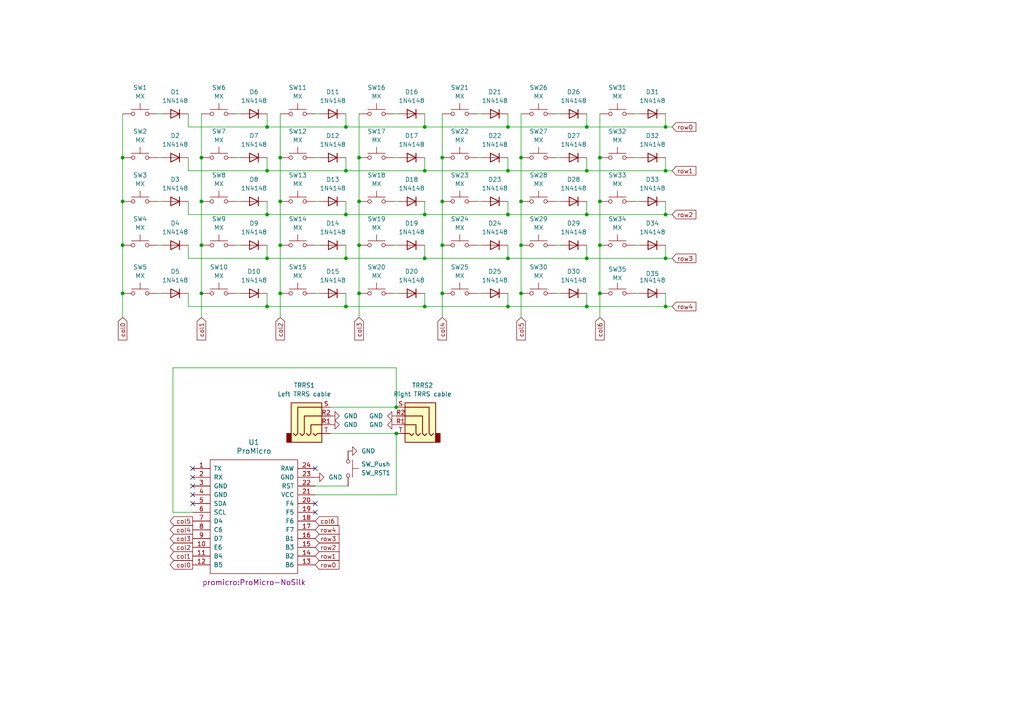
<source format=kicad_sch>
(kicad_sch (version 20230121) (generator eeschema)
  (paper "A4")
  (lib_symbols
    (symbol "Connector_Audio:AudioJack4"
      (property "Reference" "J" (at 0 8.89 0))
      (property "Value" "AudioJack4" (at 0 6.35 0))
      (symbol "AudioJack4_0_1"
        (rectangle (start -6.35 -5.08) (end -7.62 -7.62) (stroke (width 0.254)) (fill (type outline)))
        (polyline (pts (xy 0 -5.08) (xy 0.635 -5.715) (xy 1.27 -5.08) (xy 2.54 -5.08)) (stroke (width 0.254)))
        (polyline (pts (xy -5.715 -5.08) (xy -5.08 -5.715) (xy -4.445 -5.08) (xy -4.445 2.54) (xy 2.54 2.54)) (stroke (width 0.254)))
        (polyline (pts (xy -1.905 -5.08) (xy -1.27 -5.715) (xy -0.635 -5.08) (xy -0.635 -2.54) (xy 2.54 -2.54)) (stroke (width 0.254)))
        (polyline (pts (xy 2.54 0) (xy -2.54 0) (xy -2.54 -5.08) (xy -3.175 -5.715) (xy -3.81 -5.08)) (stroke (width 0.254)))
        (rectangle (start 2.54 3.81) (end -6.35 -7.62) (stroke (width 0.254)) (fill (type background)))
      )
      (symbol "AudioJack4_1_1"
        (pin passive line (at 5.08 -2.54 180) (length 2.54) (name "~") (number "R1"))
        (pin passive line (at 5.08 0 180) (length 2.54) (name "~") (number "R2"))
        (pin passive line (at 5.08 2.54 180) (length 2.54) (name "~") (number "S"))
        (pin passive line (at 5.08 -5.08 180) (length 2.54) (name "~") (number "T"))
      )
    )
    (symbol "Diode:1N4148" (pin_numbers hide) (pin_names hide)
      (property "Reference" "D" (at 0 2.54 0))
      (property "Value" "1N4148" (at 0 -2.54 0))
      (symbol "1N4148_0_1"
        (polyline (pts (xy -1.27 1.27) (xy -1.27 -1.27)) (stroke (width 0.254)))
        (polyline (pts (xy 1.27 0) (xy -1.27 0)))
        (polyline (pts (xy 1.27 1.27) (xy 1.27 -1.27) (xy -1.27 0) (xy 1.27 1.27)) (stroke (width 0.254)))
      )
      (symbol "1N4148_1_1"
        (pin passive line (at -3.81 0 0) (length 2.54) (name "K") (number "1"))
        (pin passive line (at 3.81 0 180) (length 2.54) (name "A") (number "2"))
      )
    )
    (symbol "Switch:SW_Push" (pin_numbers hide) (pin_names (offset 1.016) hide)
      (property "Reference" "SW" (at 1.27 2.54 0))
      (property "Value" "SW_Push" (at 0 -1.524 0))
      (symbol "SW_Push_0_1"
        (circle (center -2.032 0) (radius 0.508))
        (polyline (pts (xy 0 1.27) (xy 0 3.048)))
        (polyline (pts (xy 2.54 1.27) (xy -2.54 1.27)))
        (circle (center 2.032 0) (radius 0.508))
        (pin passive line (at -5.08 0 0) (length 2.54) (name "1") (number "1"))
        (pin passive line (at 5.08 0 180) (length 2.54) (name "2") (number "2"))
      )
    )
    (symbol "power:GND" (power) (pin_names (offset 0))
      (property "Value" "GND" (at 0 -3.81 0))
      (symbol "GND_0_1"
        (polyline (pts (xy 0 0) (xy 0 -1.27) (xy 1.27 -1.27) (xy 0 -2.54) (xy -1.27 -1.27) (xy 0 -1.27)))
      )
      (symbol "GND_1_1"
        (pin power_in line (at 0 0 270) (length 0) hide (name "GND") (number "1"))
      )
    )
    (symbol "promicro:ProMicro" (pin_names (offset 1.016))
      (property "Reference" "U" (at 0 24.13 0))
      (property "Value" "ProMicro" (at 0 -13.97 0))
      (symbol "ProMicro_0_1"
        (rectangle (start -12.7 21.59) (end 12.7 -11.43))
      )
      (symbol "ProMicro_1_1"
        (pin bidirectional line (at -17.78 19.05 0) (length 5.08) (name "TX") (number "1"))
        (pin bidirectional line (at -17.78 -3.81 0) (length 5.08) (name "E6") (number "10"))
        (pin bidirectional line (at -17.78 -6.35 0) (length 5.08) (name "B4") (number "11"))
        (pin bidirectional line (at -17.78 -8.89 0) (length 5.08) (name "B5") (number "12"))
        (pin bidirectional line (at 17.78 -8.89 180) (length 5.08) (name "B6") (number "13"))
        (pin bidirectional line (at 17.78 -6.35 180) (length 5.08) (name "B2") (number "14"))
        (pin bidirectional line (at 17.78 -3.81 180) (length 5.08) (name "B3") (number "15"))
        (pin bidirectional line (at 17.78 -1.27 180) (length 5.08) (name "B1") (number "16"))
        (pin bidirectional line (at 17.78 1.27 180) (length 5.08) (name "F7") (number "17"))
        (pin bidirectional line (at 17.78 3.81 180) (length 5.08) (name "F6") (number "18"))
        (pin bidirectional line (at 17.78 6.35 180) (length 5.08) (name "F5") (number "19"))
        (pin bidirectional line (at -17.78 16.51 0) (length 5.08) (name "RX") (number "2"))
        (pin bidirectional line (at 17.78 8.89 180) (length 5.08) (name "F4") (number "20"))
        (pin power_in line (at 17.78 11.43 180) (length 5.08) (name "VCC") (number "21"))
        (pin input line (at 17.78 13.97 180) (length 5.08) (name "RST") (number "22"))
        (pin power_in line (at 17.78 16.51 180) (length 5.08) (name "GND") (number "23"))
        (pin power_out line (at 17.78 19.05 180) (length 5.08) (name "RAW") (number "24"))
        (pin power_in line (at -17.78 13.97 0) (length 5.08) (name "GND") (number "3"))
        (pin power_in line (at -17.78 11.43 0) (length 5.08) (name "GND") (number "4"))
        (pin bidirectional line (at -17.78 8.89 0) (length 5.08) (name "SDA") (number "5"))
        (pin bidirectional line (at -17.78 6.35 0) (length 5.08) (name "SCL") (number "6"))
        (pin bidirectional line (at -17.78 3.81 0) (length 5.08) (name "D4") (number "7"))
        (pin bidirectional line (at -17.78 1.27 0) (length 5.08) (name "C6") (number "8"))
        (pin bidirectional line (at -17.78 -1.27 0) (length 5.08) (name "D7") (number "9"))
      )
    )
  )
  (junction (at 128.27 71.12))
  (junction (at 173.99 85.09))
  (junction (at 58.42 45.72))
  (junction (at 170.18 49.53))
  (junction (at 193.04 49.53))
  (junction (at 100.33 49.53))
  (junction (at 104.14 45.72))
  (junction (at 81.28 71.12))
  (junction (at 193.04 36.83))
  (junction (at 151.13 71.12))
  (junction (at 58.42 71.12))
  (junction (at 147.32 88.9))
  (junction (at 114.935 118.11))
  (junction (at 100.33 74.93))
  (junction (at 147.32 62.23))
  (junction (at 104.14 71.12))
  (junction (at 123.19 62.23))
  (junction (at 170.18 88.9))
  (junction (at 77.47 74.93))
  (junction (at 151.13 85.09))
  (junction (at 123.19 88.9))
  (junction (at 100.33 88.9))
  (junction (at 100.33 62.23))
  (junction (at 81.28 45.72))
  (junction (at 58.42 85.09))
  (junction (at 193.04 88.9))
  (junction (at 147.32 36.83))
  (junction (at 104.14 58.42))
  (junction (at 35.56 85.09))
  (junction (at 193.04 62.23))
  (junction (at 123.19 36.83))
  (junction (at 193.04 74.93))
  (junction (at 58.42 58.42))
  (junction (at 170.18 36.83))
  (junction (at 173.99 58.42))
  (junction (at 35.56 45.72))
  (junction (at 147.32 49.53))
  (junction (at 77.47 49.53))
  (junction (at 128.27 45.72))
  (junction (at 170.18 74.93))
  (junction (at 151.13 58.42))
  (junction (at 114.935 125.73))
  (junction (at 173.99 71.12))
  (junction (at 81.28 58.42))
  (junction (at 170.18 62.23))
  (junction (at 147.32 74.93))
  (junction (at 128.27 85.09))
  (junction (at 151.13 45.72))
  (junction (at 77.47 62.23))
  (junction (at 35.56 71.12))
  (junction (at 77.47 88.9))
  (junction (at 77.47 36.83))
  (junction (at 123.19 74.93))
  (junction (at 104.14 85.09))
  (junction (at 123.19 49.53))
  (junction (at 35.56 58.42))
  (junction (at 173.99 45.72))
  (junction (at 81.28 85.09))
  (junction (at 128.27 58.42))
  (junction (at 100.33 36.83))
  (no_connect (at 91.44 148.59))
  (no_connect (at 55.88 146.05))
  (no_connect (at 55.88 143.51))
  (no_connect (at 91.44 135.89))
  (no_connect (at 55.88 135.89))
  (no_connect (at 55.88 138.43))
  (no_connect (at 91.44 146.05))
  (no_connect (at 55.88 140.97))
  (wire (pts (xy 54.61 85.09) (xy 54.61 88.9)))
  (wire (pts (xy 35.56 71.12) (xy 35.56 85.09)))
  (wire (pts (xy 68.58 33.02) (xy 69.85 33.02)))
  (wire (pts (xy 81.28 45.72) (xy 81.28 58.42)))
  (wire (pts (xy 193.04 71.12) (xy 193.04 74.93)))
  (wire (pts (xy 170.18 36.83) (xy 193.04 36.83)))
  (wire (pts (xy 50.165 106.68) (xy 50.165 148.59)))
  (wire (pts (xy 77.47 58.42) (xy 77.47 62.23)))
  (wire (pts (xy 161.29 33.02) (xy 162.56 33.02)))
  (wire (pts (xy 193.04 36.83) (xy 194.945 36.83)))
  (wire (pts (xy 100.33 58.42) (xy 100.33 62.23)))
  (wire (pts (xy 68.58 85.09) (xy 69.85 85.09)))
  (wire (pts (xy 138.43 45.72) (xy 139.7 45.72)))
  (wire (pts (xy 184.15 85.09) (xy 185.42 85.09)))
  (wire (pts (xy 151.13 33.02) (xy 151.13 45.72)))
  (wire (pts (xy 170.18 62.23) (xy 193.04 62.23)))
  (wire (pts (xy 68.58 71.12) (xy 69.85 71.12)))
  (wire (pts (xy 100.33 36.83) (xy 123.19 36.83)))
  (wire (pts (xy 81.28 71.12) (xy 81.28 85.09)))
  (wire (pts (xy 81.28 58.42) (xy 81.28 71.12)))
  (wire (pts (xy 147.32 36.83) (xy 170.18 36.83)))
  (wire (pts (xy 170.18 45.72) (xy 170.18 49.53)))
  (wire (pts (xy 173.99 33.02) (xy 173.99 45.72)))
  (wire (pts (xy 91.44 58.42) (xy 92.71 58.42)))
  (wire (pts (xy 114.3 85.09) (xy 115.57 85.09)))
  (wire (pts (xy 193.04 45.72) (xy 193.04 49.53)))
  (wire (pts (xy 128.27 85.09) (xy 128.27 92.075)))
  (wire (pts (xy 58.42 71.12) (xy 58.42 85.09)))
  (wire (pts (xy 147.32 62.23) (xy 123.19 62.23)))
  (wire (pts (xy 147.32 58.42) (xy 147.32 62.23)))
  (wire (pts (xy 45.72 45.72) (xy 46.99 45.72)))
  (wire (pts (xy 91.44 45.72) (xy 92.71 45.72)))
  (wire (pts (xy 114.3 58.42) (xy 115.57 58.42)))
  (wire (pts (xy 95.885 125.73) (xy 114.935 125.73)))
  (wire (pts (xy 147.32 45.72) (xy 147.32 49.53)))
  (wire (pts (xy 161.29 71.12) (xy 162.56 71.12)))
  (wire (pts (xy 91.44 85.09) (xy 92.71 85.09)))
  (wire (pts (xy 151.13 85.09) (xy 151.13 71.12)))
  (wire (pts (xy 147.32 85.09) (xy 147.32 88.9)))
  (wire (pts (xy 81.28 33.02) (xy 81.28 45.72)))
  (wire (pts (xy 100.33 62.23) (xy 77.47 62.23)))
  (wire (pts (xy 91.44 33.02) (xy 92.71 33.02)))
  (wire (pts (xy 35.56 85.09) (xy 35.56 92.075)))
  (wire (pts (xy 35.56 45.72) (xy 35.56 58.42)))
  (wire (pts (xy 58.42 85.09) (xy 58.42 92.075)))
  (wire (pts (xy 68.58 45.72) (xy 69.85 45.72)))
  (wire (pts (xy 77.47 33.02) (xy 77.47 36.83)))
  (wire (pts (xy 54.61 45.72) (xy 54.61 49.53)))
  (wire (pts (xy 161.29 45.72) (xy 162.56 45.72)))
  (wire (pts (xy 54.61 74.93) (xy 54.61 71.12)))
  (wire (pts (xy 193.04 74.93) (xy 170.18 74.93)))
  (wire (pts (xy 123.19 36.83) (xy 147.32 36.83)))
  (wire (pts (xy 104.14 45.72) (xy 104.14 58.42)))
  (wire (pts (xy 100.33 85.09) (xy 100.33 88.9)))
  (wire (pts (xy 54.61 36.83) (xy 77.47 36.83)))
  (wire (pts (xy 58.42 33.02) (xy 58.42 45.72)))
  (wire (pts (xy 123.19 71.12) (xy 123.19 74.93)))
  (wire (pts (xy 147.32 33.02) (xy 147.32 36.83)))
  (wire (pts (xy 193.04 33.02) (xy 193.04 36.83)))
  (wire (pts (xy 173.99 71.12) (xy 173.99 58.42)))
  (wire (pts (xy 123.19 74.93) (xy 100.33 74.93)))
  (wire (pts (xy 123.19 45.72) (xy 123.19 49.53)))
  (wire (pts (xy 193.04 62.23) (xy 194.945 62.23)))
  (wire (pts (xy 35.56 33.02) (xy 35.56 45.72)))
  (wire (pts (xy 138.43 33.02) (xy 139.7 33.02)))
  (wire (pts (xy 45.72 33.02) (xy 46.99 33.02)))
  (wire (pts (xy 45.72 71.12) (xy 46.99 71.12)))
  (wire (pts (xy 123.19 49.53) (xy 147.32 49.53)))
  (wire (pts (xy 91.44 143.51) (xy 114.935 143.51)))
  (wire (pts (xy 114.935 106.68) (xy 114.935 118.11)))
  (wire (pts (xy 77.47 88.9) (xy 54.61 88.9)))
  (wire (pts (xy 193.04 49.53) (xy 194.945 49.53)))
  (wire (pts (xy 123.19 33.02) (xy 123.19 36.83)))
  (wire (pts (xy 100.33 49.53) (xy 123.19 49.53)))
  (wire (pts (xy 123.19 58.42) (xy 123.19 62.23)))
  (wire (pts (xy 91.44 140.97) (xy 100.965 140.97)))
  (wire (pts (xy 147.32 62.23) (xy 170.18 62.23)))
  (wire (pts (xy 123.19 85.09) (xy 123.19 88.9)))
  (wire (pts (xy 138.43 58.42) (xy 139.7 58.42)))
  (wire (pts (xy 170.18 58.42) (xy 170.18 62.23)))
  (wire (pts (xy 114.935 125.73) (xy 114.935 143.51)))
  (wire (pts (xy 128.27 33.02) (xy 128.27 45.72)))
  (wire (pts (xy 81.28 85.09) (xy 81.28 92.075)))
  (wire (pts (xy 114.3 45.72) (xy 115.57 45.72)))
  (wire (pts (xy 138.43 71.12) (xy 139.7 71.12)))
  (wire (pts (xy 184.15 71.12) (xy 185.42 71.12)))
  (wire (pts (xy 193.04 88.9) (xy 170.18 88.9)))
  (wire (pts (xy 170.18 49.53) (xy 193.04 49.53)))
  (wire (pts (xy 77.47 45.72) (xy 77.47 49.53)))
  (wire (pts (xy 104.14 71.12) (xy 104.14 85.09)))
  (wire (pts (xy 58.42 58.42) (xy 58.42 71.12)))
  (wire (pts (xy 147.32 49.53) (xy 170.18 49.53)))
  (wire (pts (xy 100.33 74.93) (xy 77.47 74.93)))
  (wire (pts (xy 100.33 33.02) (xy 100.33 36.83)))
  (wire (pts (xy 161.29 58.42) (xy 162.56 58.42)))
  (wire (pts (xy 100.33 88.9) (xy 77.47 88.9)))
  (wire (pts (xy 193.04 88.9) (xy 194.945 88.9)))
  (wire (pts (xy 170.18 88.9) (xy 147.32 88.9)))
  (wire (pts (xy 173.99 71.12) (xy 173.99 85.09)))
  (wire (pts (xy 147.32 88.9) (xy 123.19 88.9)))
  (wire (pts (xy 45.72 85.09) (xy 46.99 85.09)))
  (wire (pts (xy 54.61 33.02) (xy 54.61 36.83)))
  (wire (pts (xy 58.42 45.72) (xy 58.42 58.42)))
  (wire (pts (xy 100.33 45.72) (xy 100.33 49.53)))
  (wire (pts (xy 45.72 58.42) (xy 46.99 58.42)))
  (wire (pts (xy 123.19 62.23) (xy 100.33 62.23)))
  (wire (pts (xy 77.47 49.53) (xy 100.33 49.53)))
  (wire (pts (xy 170.18 71.12) (xy 170.18 74.93)))
  (wire (pts (xy 173.99 85.09) (xy 173.99 92.075)))
  (wire (pts (xy 193.04 85.09) (xy 193.04 88.9)))
  (wire (pts (xy 100.33 71.12) (xy 100.33 74.93)))
  (wire (pts (xy 104.14 85.09) (xy 104.14 92.075)))
  (wire (pts (xy 151.13 45.72) (xy 151.13 58.42)))
  (wire (pts (xy 123.19 88.9) (xy 100.33 88.9)))
  (wire (pts (xy 170.18 33.02) (xy 170.18 36.83)))
  (wire (pts (xy 128.27 45.72) (xy 128.27 58.42)))
  (wire (pts (xy 151.13 58.42) (xy 151.13 71.12)))
  (wire (pts (xy 95.885 118.11) (xy 114.935 118.11)))
  (wire (pts (xy 68.58 58.42) (xy 69.85 58.42)))
  (wire (pts (xy 50.165 106.68) (xy 114.935 106.68)))
  (wire (pts (xy 128.27 71.12) (xy 128.27 85.09)))
  (wire (pts (xy 54.61 62.23) (xy 54.61 58.42)))
  (wire (pts (xy 77.47 36.83) (xy 100.33 36.83)))
  (wire (pts (xy 170.18 85.09) (xy 170.18 88.9)))
  (wire (pts (xy 77.47 74.93) (xy 54.61 74.93)))
  (wire (pts (xy 35.56 58.42) (xy 35.56 71.12)))
  (wire (pts (xy 151.13 85.09) (xy 151.13 92.075)))
  (wire (pts (xy 193.04 58.42) (xy 193.04 62.23)))
  (wire (pts (xy 77.47 85.09) (xy 77.47 88.9)))
  (wire (pts (xy 114.3 71.12) (xy 115.57 71.12)))
  (wire (pts (xy 184.15 33.02) (xy 185.42 33.02)))
  (wire (pts (xy 77.47 62.23) (xy 54.61 62.23)))
  (wire (pts (xy 161.29 85.09) (xy 162.56 85.09)))
  (wire (pts (xy 91.44 71.12) (xy 92.71 71.12)))
  (wire (pts (xy 114.3 33.02) (xy 115.57 33.02)))
  (wire (pts (xy 54.61 49.53) (xy 77.47 49.53)))
  (wire (pts (xy 194.945 74.93) (xy 193.04 74.93)))
  (wire (pts (xy 184.15 45.72) (xy 185.42 45.72)))
  (wire (pts (xy 147.32 71.12) (xy 147.32 74.93)))
  (wire (pts (xy 173.99 58.42) (xy 173.99 45.72)))
  (wire (pts (xy 128.27 58.42) (xy 128.27 71.12)))
  (wire (pts (xy 104.14 58.42) (xy 104.14 71.12)))
  (wire (pts (xy 170.18 74.93) (xy 147.32 74.93)))
  (wire (pts (xy 50.165 148.59) (xy 55.88 148.59)))
  (wire (pts (xy 77.47 71.12) (xy 77.47 74.93)))
  (wire (pts (xy 184.15 58.42) (xy 185.42 58.42)))
  (wire (pts (xy 138.43 85.09) (xy 139.7 85.09)))
  (wire (pts (xy 104.14 33.02) (xy 104.14 45.72)))
  (wire (pts (xy 147.32 74.93) (xy 123.19 74.93)))
  (global_label "row3" (shape input) (at 194.945 74.93 0) (property "Intersheetrefs" "${INTERSHEET_REFS}" (effects hide)))
  (global_label "row0" (shape input) (at 91.44 163.83 0) (property "Intersheetrefs" "${INTERSHEET_REFS}" (effects hide)))
  (global_label "col1" (shape input) (at 58.42 92.075 270) (property "Intersheetrefs" "${INTERSHEET_REFS}" (effects hide)))
  (global_label "row2" (shape input) (at 91.44 158.75 0) (property "Intersheetrefs" "${INTERSHEET_REFS}" (effects hide)))
  (global_label "col1" (shape output) (at 55.88 161.29 180) (property "Intersheetrefs" "${INTERSHEET_REFS}" (effects hide)))
  (global_label "col2" (shape output) (at 55.88 158.75 180) (property "Intersheetrefs" "${INTERSHEET_REFS}" (effects hide)))
  (global_label "row4" (shape input) (at 91.44 153.67 0) (property "Intersheetrefs" "${INTERSHEET_REFS}" (effects hide)))
  (global_label "col5" (shape input) (at 151.13 92.075 270) (property "Intersheetrefs" "${INTERSHEET_REFS}" (effects hide)))
  (global_label "col3" (shape output) (at 55.88 156.21 180) (property "Intersheetrefs" "${INTERSHEET_REFS}" (effects hide)))
  (global_label "col0" (shape output) (at 55.88 163.83 180) (property "Intersheetrefs" "${INTERSHEET_REFS}" (effects hide)))
  (global_label "col2" (shape input) (at 81.28 92.075 270) (property "Intersheetrefs" "${INTERSHEET_REFS}" (effects hide)))
  (global_label "row2" (shape input) (at 194.945 62.23 0) (property "Intersheetrefs" "${INTERSHEET_REFS}" (effects hide)))
  (global_label "row3" (shape input) (at 91.44 156.21 0) (property "Intersheetrefs" "${INTERSHEET_REFS}" (effects hide)))
  (global_label "col6" (shape input) (at 91.44 151.13 0) (property "Intersheetrefs" "${INTERSHEET_REFS}" (effects hide)))
  (global_label "col6" (shape input) (at 173.99 92.075 270) (property "Intersheetrefs" "${INTERSHEET_REFS}" (effects hide)))
  (global_label "row0" (shape input) (at 194.945 36.83 0) (property "Intersheetrefs" "${INTERSHEET_REFS}" (effects hide)))
  (global_label "row1" (shape input) (at 91.44 161.29 0) (property "Intersheetrefs" "${INTERSHEET_REFS}" (effects hide)))
  (global_label "col4" (shape input) (at 128.27 92.075 270) (property "Intersheetrefs" "${INTERSHEET_REFS}" (effects hide)))
  (global_label "col0" (shape input) (at 35.56 92.075 270) (property "Intersheetrefs" "${INTERSHEET_REFS}" (effects hide)))
  (global_label "row4" (shape input) (at 194.945 88.9 0) (property "Intersheetrefs" "${INTERSHEET_REFS}" (effects hide)))
  (global_label "col4" (shape output) (at 55.88 153.67 180) (property "Intersheetrefs" "${INTERSHEET_REFS}" (effects hide)))
  (global_label "col5" (shape output) (at 55.88 151.13 180) (property "Intersheetrefs" "${INTERSHEET_REFS}" (effects hide)))
  (global_label "row1" (shape input) (at 194.945 49.53 0) (property "Intersheetrefs" "${INTERSHEET_REFS}" (effects hide)))
  (global_label "col3" (shape input) (at 104.14 92.075 270) (property "Intersheetrefs" "${INTERSHEET_REFS}" (effects hide)))
  (symbol (lib_id "power:GND") (at 114.935 120.65 270) (unit 1)
    (property "Reference" "#PWR06" (effects hide))
    (property "Value" "GND" (at 111.125 120.65 90) (effects (justify right)))
  )
  (symbol (lib_id "Diode:1N4148") (at 119.38 71.12 0) (mirror y) (unit 1)
    (property "Reference" "D19" (at 119.38 64.77 0))
    (property "Value" "1N4148" (at 119.38 67.31 0))
    (property "Footprint" "project-components:D_DO-35_SOD27_P7.62mm_Horizontal" (effects hide))
    (property "Datasheet" "https://assets.nexperia.com/documents/data-sheet/1N4148_1N4448.pdf" (effects hide))
    (property "Sim.Device" "D" (effects hide))
    (property "Sim.Pins" "1=K 2=A" (effects hide))
  )
  (symbol (lib_id "Switch:SW_Push") (at 40.64 85.09 0) (mirror y) (unit 1)
    (property "Reference" "SW5" (at 40.64 77.47 0))
    (property "Value" "MX" (at 40.64 80.01 0))
    (property "Footprint" "project-components:SW_MX_reversible_decentered" (effects hide))
  )
  (symbol (lib_id "Diode:1N4148") (at 50.8 85.09 0) (mirror y) (unit 1)
    (property "Reference" "D5" (at 50.8 78.74 0))
    (property "Value" "1N4148" (at 50.8 81.28 0))
    (property "Footprint" "project-components:D_DO-35_SOD27_P7.62mm_Horizontal" (effects hide))
    (property "Datasheet" "https://assets.nexperia.com/documents/data-sheet/1N4148_1N4448.pdf" (effects hide))
    (property "Sim.Device" "D" (effects hide))
    (property "Sim.Pins" "1=K 2=A" (effects hide))
  )
  (symbol (lib_id "power:GND") (at 91.44 138.43 90) (unit 1)
    (property "Reference" "#PWR01" (effects hide))
    (property "Value" "GND" (at 95.25 138.43 90) (effects (justify right)))
  )
  (symbol (lib_id "Switch:SW_Push") (at 133.35 58.42 0) (mirror y) (unit 1)
    (property "Reference" "SW23" (at 133.35 50.8 0))
    (property "Value" "MX" (at 133.35 53.34 0))
    (property "Footprint" "project-components:SW_MX_reversible_decentered" (effects hide))
  )
  (symbol (lib_id "Switch:SW_Push") (at 156.21 45.72 0) (mirror y) (unit 1)
    (property "Reference" "SW27" (at 156.21 38.1 0))
    (property "Value" "MX" (at 156.21 40.64 0))
    (property "Footprint" "project-components:SW_MX_reversible_decentered" (effects hide))
  )
  (symbol (lib_id "Switch:SW_Push") (at 133.35 71.12 0) (mirror y) (unit 1)
    (property "Reference" "SW24" (at 133.35 63.5 0))
    (property "Value" "MX" (at 133.35 66.04 0))
    (property "Footprint" "project-components:SW_MX_reversible_decentered" (effects hide))
  )
  (symbol (lib_id "Diode:1N4148") (at 166.37 33.02 0) (mirror y) (unit 1)
    (property "Reference" "D26" (at 166.37 26.67 0))
    (property "Value" "1N4148" (at 166.37 29.21 0))
    (property "Footprint" "project-components:D_DO-35_SOD27_P7.62mm_Horizontal" (effects hide))
    (property "Datasheet" "https://assets.nexperia.com/documents/data-sheet/1N4148_1N4448.pdf" (effects hide))
    (property "Sim.Device" "D" (effects hide))
    (property "Sim.Pins" "1=K 2=A" (effects hide))
  )
  (symbol (lib_id "Switch:SW_Push") (at 156.21 71.12 0) (mirror y) (unit 1)
    (property "Reference" "SW29" (at 156.21 63.5 0))
    (property "Value" "MX" (at 156.21 66.04 0))
    (property "Footprint" "project-components:SW_MX_reversible_decentered" (effects hide))
  )
  (symbol (lib_id "Connector_Audio:AudioJack4") (at 90.805 120.65 0) (unit 1)
    (property "Reference" "TRRS1" (at 88.265 111.76 0))
    (property "Value" "Left TRRS cable" (at 88.265 114.3 0))
    (property "Footprint" "project-components:Jack breakout board" (effects hide))
  )
  (symbol (lib_id "Switch:SW_Push") (at 179.07 45.72 0) (mirror y) (unit 1)
    (property "Reference" "SW32" (at 179.07 38.1 0))
    (property "Value" "MX" (at 179.07 40.64 0))
    (property "Footprint" "project-components:SW_MX_reversible_decentered" (effects hide))
  )
  (symbol (lib_id "Diode:1N4148") (at 96.52 45.72 0) (mirror y) (unit 1)
    (property "Reference" "D12" (at 96.52 39.37 0))
    (property "Value" "1N4148" (at 96.52 41.91 0))
    (property "Footprint" "project-components:D_DO-35_SOD27_P7.62mm_Horizontal" (effects hide))
    (property "Datasheet" "https://assets.nexperia.com/documents/data-sheet/1N4148_1N4448.pdf" (effects hide))
    (property "Sim.Device" "D" (effects hide))
    (property "Sim.Pins" "1=K 2=A" (effects hide))
  )
  (symbol (lib_id "Diode:1N4148") (at 119.38 33.02 0) (mirror y) (unit 1)
    (property "Reference" "D16" (at 119.38 26.67 0))
    (property "Value" "1N4148" (at 119.38 29.21 0))
    (property "Footprint" "project-components:D_DO-35_SOD27_P7.62mm_Horizontal" (effects hide))
    (property "Datasheet" "https://assets.nexperia.com/documents/data-sheet/1N4148_1N4448.pdf" (effects hide))
    (property "Sim.Device" "D" (effects hide))
    (property "Sim.Pins" "1=K 2=A" (effects hide))
  )
  (symbol (lib_id "Switch:SW_Push") (at 100.965 135.89 270) (mirror x) (unit 1)
    (property "Reference" "SW_RST1" (at 104.775 137.16 90) (effects (justify left)))
    (property "Value" "SW_Push" (at 104.775 134.62 90) (effects (justify left)))
    (property "Footprint" "Button_Switch_THT:SW_PUSH_6mm" (effects hide))
  )
  (symbol (lib_id "Switch:SW_Push") (at 133.35 85.09 0) (mirror y) (unit 1)
    (property "Reference" "SW25" (at 133.35 77.47 0))
    (property "Value" "MX" (at 133.35 80.01 0))
    (property "Footprint" "project-components:SW_MX_reversible_decentered" (effects hide))
  )
  (symbol (lib_id "Diode:1N4148") (at 73.66 71.12 0) (mirror y) (unit 1)
    (property "Reference" "D9" (at 73.66 64.77 0))
    (property "Value" "1N4148" (at 73.66 67.31 0))
    (property "Footprint" "project-components:D_DO-35_SOD27_P7.62mm_Horizontal" (effects hide))
    (property "Datasheet" "https://assets.nexperia.com/documents/data-sheet/1N4148_1N4448.pdf" (effects hide))
    (property "Sim.Device" "D" (effects hide))
    (property "Sim.Pins" "1=K 2=A" (effects hide))
  )
  (symbol (lib_id "Diode:1N4148") (at 50.8 33.02 0) (mirror y) (unit 1)
    (property "Reference" "D1" (at 50.8 26.67 0))
    (property "Value" "1N4148" (at 50.8 29.21 0))
    (property "Footprint" "project-components:D_DO-35_SOD27_P7.62mm_Horizontal" (effects hide))
    (property "Datasheet" "https://assets.nexperia.com/documents/data-sheet/1N4148_1N4448.pdf" (effects hide))
    (property "Sim.Device" "D" (effects hide))
    (property "Sim.Pins" "1=K 2=A" (effects hide))
  )
  (symbol (lib_id "Diode:1N4148") (at 166.37 45.72 0) (mirror y) (unit 1)
    (property "Reference" "D27" (at 166.37 39.37 0))
    (property "Value" "1N4148" (at 166.37 41.91 0))
    (property "Footprint" "project-components:D_DO-35_SOD27_P7.62mm_Horizontal" (effects hide))
    (property "Datasheet" "https://assets.nexperia.com/documents/data-sheet/1N4148_1N4448.pdf" (effects hide))
    (property "Sim.Device" "D" (effects hide))
    (property "Sim.Pins" "1=K 2=A" (effects hide))
  )
  (symbol (lib_id "Diode:1N4148") (at 96.52 33.02 0) (mirror y) (unit 1)
    (property "Reference" "D11" (at 96.52 26.67 0))
    (property "Value" "1N4148" (at 96.52 29.21 0))
    (property "Footprint" "project-components:D_DO-35_SOD27_P7.62mm_Horizontal" (effects hide))
    (property "Datasheet" "https://assets.nexperia.com/documents/data-sheet/1N4148_1N4448.pdf" (effects hide))
    (property "Sim.Device" "D" (effects hide))
    (property "Sim.Pins" "1=K 2=A" (effects hide))
  )
  (symbol (lib_id "Diode:1N4148") (at 143.51 85.09 0) (mirror y) (unit 1)
    (property "Reference" "D25" (at 143.51 78.74 0))
    (property "Value" "1N4148" (at 143.51 81.28 0))
    (property "Footprint" "project-components:D_DO-35_SOD27_P7.62mm_Horizontal" (effects hide))
    (property "Datasheet" "https://assets.nexperia.com/documents/data-sheet/1N4148_1N4448.pdf" (effects hide))
    (property "Sim.Device" "D" (effects hide))
    (property "Sim.Pins" "1=K 2=A" (effects hide))
  )
  (symbol (lib_id "Switch:SW_Push") (at 109.22 45.72 0) (mirror y) (unit 1)
    (property "Reference" "SW17" (at 109.22 38.1 0))
    (property "Value" "MX" (at 109.22 40.64 0))
    (property "Footprint" "project-components:SW_MX_reversible_decentered" (effects hide))
  )
  (symbol (lib_id "Diode:1N4148") (at 166.37 85.09 0) (mirror y) (unit 1)
    (property "Reference" "D30" (at 166.37 78.74 0))
    (property "Value" "1N4148" (at 166.37 81.28 0))
    (property "Footprint" "project-components:D_DO-35_SOD27_P7.62mm_Horizontal" (effects hide))
    (property "Datasheet" "https://assets.nexperia.com/documents/data-sheet/1N4148_1N4448.pdf" (effects hide))
    (property "Sim.Device" "D" (effects hide))
    (property "Sim.Pins" "1=K 2=A" (effects hide))
  )
  (symbol (lib_id "Switch:SW_Push") (at 133.35 33.02 0) (mirror y) (unit 1)
    (property "Reference" "SW21" (at 133.35 25.4 0))
    (property "Value" "MX" (at 133.35 27.94 0))
    (property "Footprint" "project-components:SW_MX_reversible_decentered" (effects hide))
  )
  (symbol (lib_id "Diode:1N4148") (at 166.37 58.42 0) (mirror y) (unit 1)
    (property "Reference" "D28" (at 166.37 52.07 0))
    (property "Value" "1N4148" (at 166.37 54.61 0))
    (property "Footprint" "project-components:D_DO-35_SOD27_P7.62mm_Horizontal" (effects hide))
    (property "Datasheet" "https://assets.nexperia.com/documents/data-sheet/1N4148_1N4448.pdf" (effects hide))
    (property "Sim.Device" "D" (effects hide))
    (property "Sim.Pins" "1=K 2=A" (effects hide))
  )
  (symbol (lib_id "Switch:SW_Push") (at 63.5 71.12 0) (mirror y) (unit 1)
    (property "Reference" "SW9" (at 63.5 63.5 0))
    (property "Value" "MX" (at 63.5 66.04 0))
    (property "Footprint" "project-components:SW_MX_reversible_decentered" (effects hide))
  )
  (symbol (lib_id "power:GND") (at 114.935 123.19 270) (unit 1)
    (property "Reference" "#PWR05" (effects hide))
    (property "Value" "GND" (at 111.125 123.19 90) (effects (justify right)))
  )
  (symbol (lib_id "Switch:SW_Push") (at 156.21 85.09 0) (mirror y) (unit 1)
    (property "Reference" "SW30" (at 156.21 77.47 0))
    (property "Value" "MX" (at 156.21 80.01 0))
    (property "Footprint" "project-components:SW_MX_reversible_decentered" (effects hide))
  )
  (symbol (lib_id "Diode:1N4148") (at 189.23 58.42 0) (mirror y) (unit 1)
    (property "Reference" "D33" (at 189.23 52.07 0))
    (property "Value" "1N4148" (at 189.23 54.61 0))
    (property "Footprint" "project-components:D_DO-35_SOD27_P7.62mm_Horizontal" (effects hide))
    (property "Datasheet" "https://assets.nexperia.com/documents/data-sheet/1N4148_1N4448.pdf" (effects hide))
    (property "Sim.Device" "D" (effects hide))
    (property "Sim.Pins" "1=K 2=A" (effects hide))
  )
  (symbol (lib_id "Switch:SW_Push") (at 86.36 85.09 0) (mirror y) (unit 1)
    (property "Reference" "SW15" (at 86.36 77.47 0))
    (property "Value" "MX" (at 86.36 80.01 0))
    (property "Footprint" "project-components:SW_MX_reversible_decentered" (effects hide))
  )
  (symbol (lib_id "Diode:1N4148") (at 73.66 33.02 0) (mirror y) (unit 1)
    (property "Reference" "D6" (at 73.66 26.67 0))
    (property "Value" "1N4148" (at 73.66 29.21 0))
    (property "Footprint" "project-components:D_DO-35_SOD27_P7.62mm_Horizontal" (effects hide))
    (property "Datasheet" "https://assets.nexperia.com/documents/data-sheet/1N4148_1N4448.pdf" (effects hide))
    (property "Sim.Device" "D" (effects hide))
    (property "Sim.Pins" "1=K 2=A" (effects hide))
  )
  (symbol (lib_id "Diode:1N4148") (at 189.23 71.12 0) (mirror y) (unit 1)
    (property "Reference" "D34" (at 189.23 64.77 0))
    (property "Value" "1N4148" (at 189.23 67.31 0))
    (property "Footprint" "project-components:D_DO-35_SOD27_P7.62mm_Horizontal" (effects hide))
    (property "Datasheet" "https://assets.nexperia.com/documents/data-sheet/1N4148_1N4448.pdf" (effects hide))
    (property "Sim.Device" "D" (effects hide))
    (property "Sim.Pins" "1=K 2=A" (effects hide))
  )
  (symbol (lib_id "Switch:SW_Push") (at 133.35 45.72 0) (mirror y) (unit 1)
    (property "Reference" "SW22" (at 133.35 38.1 0))
    (property "Value" "MX" (at 133.35 40.64 0))
    (property "Footprint" "project-components:SW_MX_reversible_decentered" (effects hide))
  )
  (symbol (lib_id "Switch:SW_Push") (at 179.07 33.02 0) (mirror y) (unit 1)
    (property "Reference" "SW31" (at 179.07 25.4 0))
    (property "Value" "MX" (at 179.07 27.94 0))
    (property "Footprint" "project-components:SW_MX_reversible_decentered" (effects hide))
  )
  (symbol (lib_id "Switch:SW_Push") (at 109.22 85.09 0) (mirror y) (unit 1)
    (property "Reference" "SW20" (at 109.22 77.47 0))
    (property "Value" "MX" (at 109.22 80.01 0))
    (property "Footprint" "project-components:SW_MX_reversible_decentered" (effects hide))
  )
  (symbol (lib_id "Diode:1N4148") (at 119.38 58.42 0) (mirror y) (unit 1)
    (property "Reference" "D18" (at 119.38 52.07 0))
    (property "Value" "1N4148" (at 119.38 54.61 0))
    (property "Footprint" "project-components:D_DO-35_SOD27_P7.62mm_Horizontal" (effects hide))
    (property "Datasheet" "https://assets.nexperia.com/documents/data-sheet/1N4148_1N4448.pdf" (effects hide))
    (property "Sim.Device" "D" (effects hide))
    (property "Sim.Pins" "1=K 2=A" (effects hide))
  )
  (symbol (lib_id "power:GND") (at 95.885 120.65 90) (unit 1)
    (property "Reference" "#PWR03" (effects hide))
    (property "Value" "GND" (at 99.695 120.65 90) (effects (justify right)))
  )
  (symbol (lib_id "power:GND") (at 95.885 123.19 90) (unit 1)
    (property "Reference" "#PWR04" (effects hide))
    (property "Value" "GND" (at 99.695 123.19 90) (effects (justify right)))
  )
  (symbol (lib_id "Diode:1N4148") (at 143.51 45.72 0) (mirror y) (unit 1)
    (property "Reference" "D22" (at 143.51 39.37 0))
    (property "Value" "1N4148" (at 143.51 41.91 0))
    (property "Footprint" "project-components:D_DO-35_SOD27_P7.62mm_Horizontal" (effects hide))
    (property "Datasheet" "https://assets.nexperia.com/documents/data-sheet/1N4148_1N4448.pdf" (effects hide))
    (property "Sim.Device" "D" (effects hide))
    (property "Sim.Pins" "1=K 2=A" (effects hide))
  )
  (symbol (lib_id "Diode:1N4148") (at 143.51 33.02 0) (mirror y) (unit 1)
    (property "Reference" "D21" (at 143.51 26.67 0))
    (property "Value" "1N4148" (at 143.51 29.21 0))
    (property "Footprint" "project-components:D_DO-35_SOD27_P7.62mm_Horizontal" (effects hide))
    (property "Datasheet" "https://assets.nexperia.com/documents/data-sheet/1N4148_1N4448.pdf" (effects hide))
    (property "Sim.Device" "D" (effects hide))
    (property "Sim.Pins" "1=K 2=A" (effects hide))
  )
  (symbol (lib_id "Connector_Audio:AudioJack4") (at 120.015 120.65 0) (mirror y) (unit 1)
    (property "Reference" "TRRS2" (at 122.555 111.76 0))
    (property "Value" "Right TRRS cable" (at 122.555 114.3 0))
    (property "Footprint" "project-components:Jack breakout board" (effects hide))
  )
  (symbol (lib_id "Switch:SW_Push") (at 86.36 33.02 0) (mirror y) (unit 1)
    (property "Reference" "SW11" (at 86.36 25.4 0))
    (property "Value" "MX" (at 86.36 27.94 0))
    (property "Footprint" "project-components:SW_MX_reversible_decentered" (effects hide))
  )
  (symbol (lib_id "Diode:1N4148") (at 166.37 71.12 0) (mirror y) (unit 1)
    (property "Reference" "D29" (at 166.37 64.77 0))
    (property "Value" "1N4148" (at 166.37 67.31 0))
    (property "Footprint" "project-components:D_DO-35_SOD27_P7.62mm_Horizontal" (effects hide))
    (property "Datasheet" "https://assets.nexperia.com/documents/data-sheet/1N4148_1N4448.pdf" (effects hide))
    (property "Sim.Device" "D" (effects hide))
    (property "Sim.Pins" "1=K 2=A" (effects hide))
  )
  (symbol (lib_id "Switch:SW_Push") (at 86.36 45.72 0) (mirror y) (unit 1)
    (property "Reference" "SW12" (at 86.36 38.1 0))
    (property "Value" "MX" (at 86.36 40.64 0))
    (property "Footprint" "project-components:SW_MX_reversible_decentered" (effects hide))
  )
  (symbol (lib_id "Diode:1N4148") (at 96.52 71.12 0) (mirror y) (unit 1)
    (property "Reference" "D14" (at 96.52 64.77 0))
    (property "Value" "1N4148" (at 96.52 67.31 0))
    (property "Footprint" "project-components:D_DO-35_SOD27_P7.62mm_Horizontal" (effects hide))
    (property "Datasheet" "https://assets.nexperia.com/documents/data-sheet/1N4148_1N4448.pdf" (effects hide))
    (property "Sim.Device" "D" (effects hide))
    (property "Sim.Pins" "1=K 2=A" (effects hide))
  )
  (symbol (lib_id "Switch:SW_Push") (at 40.64 71.12 0) (mirror y) (unit 1)
    (property "Reference" "SW4" (at 40.64 63.5 0))
    (property "Value" "MX" (at 40.64 66.04 0))
    (property "Footprint" "project-components:SW_MX_reversible_decentered" (effects hide))
  )
  (symbol (lib_id "Diode:1N4148") (at 189.23 45.72 0) (mirror y) (unit 1)
    (property "Reference" "D32" (at 189.23 39.37 0))
    (property "Value" "1N4148" (at 189.23 41.91 0))
    (property "Footprint" "project-components:D_DO-35_SOD27_P7.62mm_Horizontal" (effects hide))
    (property "Datasheet" "https://assets.nexperia.com/documents/data-sheet/1N4148_1N4448.pdf" (effects hide))
    (property "Sim.Device" "D" (effects hide))
    (property "Sim.Pins" "1=K 2=A" (effects hide))
  )
  (symbol (lib_id "Diode:1N4148") (at 73.66 58.42 0) (mirror y) (unit 1)
    (property "Reference" "D8" (at 73.66 52.07 0))
    (property "Value" "1N4148" (at 73.66 54.61 0))
    (property "Footprint" "project-components:D_DO-35_SOD27_P7.62mm_Horizontal" (effects hide))
    (property "Datasheet" "https://assets.nexperia.com/documents/data-sheet/1N4148_1N4448.pdf" (effects hide))
    (property "Sim.Device" "D" (effects hide))
    (property "Sim.Pins" "1=K 2=A" (effects hide))
  )
  (symbol (lib_id "Diode:1N4148") (at 119.38 45.72 0) (mirror y) (unit 1)
    (property "Reference" "D17" (at 119.38 39.37 0))
    (property "Value" "1N4148" (at 119.38 41.91 0))
    (property "Footprint" "project-components:D_DO-35_SOD27_P7.62mm_Horizontal" (effects hide))
    (property "Datasheet" "https://assets.nexperia.com/documents/data-sheet/1N4148_1N4448.pdf" (effects hide))
    (property "Sim.Device" "D" (effects hide))
    (property "Sim.Pins" "1=K 2=A" (effects hide))
  )
  (symbol (lib_id "Switch:SW_Push") (at 86.36 71.12 0) (mirror y) (unit 1)
    (property "Reference" "SW14" (at 86.36 63.5 0))
    (property "Value" "MX" (at 86.36 66.04 0))
    (property "Footprint" "project-components:SW_MX_reversible_decentered" (effects hide))
  )
  (symbol (lib_id "Diode:1N4148") (at 73.66 45.72 0) (mirror y) (unit 1)
    (property "Reference" "D7" (at 73.66 39.37 0))
    (property "Value" "1N4148" (at 73.66 41.91 0))
    (property "Footprint" "project-components:D_DO-35_SOD27_P7.62mm_Horizontal" (effects hide))
    (property "Datasheet" "https://assets.nexperia.com/documents/data-sheet/1N4148_1N4448.pdf" (effects hide))
    (property "Sim.Device" "D" (effects hide))
    (property "Sim.Pins" "1=K 2=A" (effects hide))
  )
  (symbol (lib_id "Diode:1N4148") (at 143.51 58.42 0) (mirror y) (unit 1)
    (property "Reference" "D23" (at 143.51 52.07 0))
    (property "Value" "1N4148" (at 143.51 54.61 0))
    (property "Footprint" "project-components:D_DO-35_SOD27_P7.62mm_Horizontal" (effects hide))
    (property "Datasheet" "https://assets.nexperia.com/documents/data-sheet/1N4148_1N4448.pdf" (effects hide))
    (property "Sim.Device" "D" (effects hide))
    (property "Sim.Pins" "1=K 2=A" (effects hide))
  )
  (symbol (lib_id "Switch:SW_Push") (at 63.5 33.02 0) (mirror y) (unit 1)
    (property "Reference" "SW6" (at 63.5 25.4 0))
    (property "Value" "MX" (at 63.5 27.94 0))
    (property "Footprint" "project-components:SW_MX_reversible_decentered" (effects hide))
  )
  (symbol (lib_id "Diode:1N4148") (at 189.23 85.09 0) (mirror y) (unit 1)
    (property "Reference" "D35" (at 189.23 79.375 0))
    (property "Value" "1N4148" (at 189.23 81.28 0))
    (property "Footprint" "project-components:D_DO-35_SOD27_P7.62mm_Horizontal" (effects hide))
    (property "Datasheet" "https://assets.nexperia.com/documents/data-sheet/1N4148_1N4448.pdf" (effects hide))
    (property "Sim.Device" "D" (effects hide))
    (property "Sim.Pins" "1=K 2=A" (effects hide))
  )
  (symbol (lib_id "Switch:SW_Push") (at 109.22 71.12 0) (mirror y) (unit 1)
    (property "Reference" "SW19" (at 109.22 63.5 0))
    (property "Value" "MX" (at 109.22 66.04 0))
    (property "Footprint" "project-components:SW_MX_reversible_decentered" (effects hide))
  )
  (symbol (lib_id "Switch:SW_Push") (at 86.36 58.42 0) (mirror y) (unit 1)
    (property "Reference" "SW13" (at 86.36 50.8 0))
    (property "Value" "MX" (at 86.36 53.34 0))
    (property "Footprint" "project-components:SW_MX_reversible_decentered" (effects hide))
  )
  (symbol (lib_id "power:GND") (at 100.965 130.81 90) (unit 1)
    (property "Reference" "#PWR02" (effects hide))
    (property "Value" "GND" (at 104.775 130.81 90) (effects (justify right)))
  )
  (symbol (lib_id "Switch:SW_Push") (at 179.07 71.12 0) (mirror y) (unit 1)
    (property "Reference" "SW34" (at 179.07 63.5 0))
    (property "Value" "MX" (at 179.07 66.04 0))
    (property "Footprint" "project-components:SW_MX_reversible_decentered" (effects hide))
  )
  (symbol (lib_id "Switch:SW_Push") (at 63.5 58.42 0) (mirror y) (unit 1)
    (property "Reference" "SW8" (at 63.5 50.8 0))
    (property "Value" "MX" (at 63.5 53.34 0))
    (property "Footprint" "project-components:SW_MX_reversible_decentered" (effects hide))
  )
  (symbol (lib_id "Switch:SW_Push") (at 109.22 58.42 0) (mirror y) (unit 1)
    (property "Reference" "SW18" (at 109.22 50.8 0))
    (property "Value" "MX" (at 109.22 53.34 0))
    (property "Footprint" "project-components:SW_MX_reversible_decentered" (effects hide))
  )
  (symbol (lib_id "Switch:SW_Push") (at 179.07 85.09 0) (mirror y) (unit 1)
    (property "Reference" "SW35" (at 179.07 78.105 0))
    (property "Value" "MX" (at 179.07 80.645 0))
    (property "Footprint" "project-components:SW_MX_reversible_decentered" (effects hide))
  )
  (symbol (lib_id "Switch:SW_Push") (at 40.64 33.02 0) (mirror y) (unit 1)
    (property "Reference" "SW1" (at 40.64 25.4 0))
    (property "Value" "MX" (at 40.64 27.94 0))
    (property "Footprint" "project-components:SW_MX_reversible_decentered" (effects hide))
  )
  (symbol (lib_id "promicro:ProMicro") (at 73.66 154.94 0) (unit 1)
    (property "Reference" "U1" (at 73.66 128.27 0) (effects (font (size 1.524 1.524))))
    (property "Value" "ProMicro" (at 73.66 130.81 0) (effects (font (size 1.524 1.524))))
    (property "Footprint" "promicro:ProMicro-NoSilk" (at 73.66 168.91 0) (effects (font (size 1.524 1.524))))
  )
  (symbol (lib_id "Switch:SW_Push") (at 179.07 58.42 0) (unit 1)
    (property "Reference" "SW33" (at 179.07 50.8 0))
    (property "Value" "MX" (at 179.07 53.34 0))
    (property "Footprint" "project-components:SW_MX_reversible_decentered" (effects hide))
  )
  (symbol (lib_id "Diode:1N4148") (at 50.8 45.72 0) (mirror y) (unit 1)
    (property "Reference" "D2" (at 50.8 39.37 0))
    (property "Value" "1N4148" (at 50.8 41.91 0))
    (property "Footprint" "project-components:D_DO-35_SOD27_P7.62mm_Horizontal" (effects hide))
    (property "Datasheet" "https://assets.nexperia.com/documents/data-sheet/1N4148_1N4448.pdf" (effects hide))
    (property "Sim.Device" "D" (effects hide))
    (property "Sim.Pins" "1=K 2=A" (effects hide))
  )
  (symbol (lib_id "Diode:1N4148") (at 73.66 85.09 0) (mirror y) (unit 1)
    (property "Reference" "D10" (at 73.66 78.74 0))
    (property "Value" "1N4148" (at 73.66 81.28 0))
    (property "Footprint" "project-components:D_DO-35_SOD27_P7.62mm_Horizontal" (effects hide))
    (property "Datasheet" "https://assets.nexperia.com/documents/data-sheet/1N4148_1N4448.pdf" (effects hide))
    (property "Sim.Device" "D" (effects hide))
    (property "Sim.Pins" "1=K 2=A" (effects hide))
  )
  (symbol (lib_id "Diode:1N4148") (at 189.23 33.02 0) (mirror y) (unit 1)
    (property "Reference" "D31" (at 189.23 26.67 0))
    (property "Value" "1N4148" (at 189.23 29.21 0))
    (property "Footprint" "project-components:D_DO-35_SOD27_P7.62mm_Horizontal" (effects hide))
    (property "Datasheet" "https://assets.nexperia.com/documents/data-sheet/1N4148_1N4448.pdf" (effects hide))
    (property "Sim.Device" "D" (effects hide))
    (property "Sim.Pins" "1=K 2=A" (effects hide))
  )
  (symbol (lib_id "Switch:SW_Push") (at 156.21 33.02 0) (mirror y) (unit 1)
    (property "Reference" "SW26" (at 156.21 25.4 0))
    (property "Value" "MX" (at 156.21 27.94 0))
    (property "Footprint" "project-components:SW_MX_reversible_decentered" (effects hide))
  )
  (symbol (lib_id "Diode:1N4148") (at 143.51 71.12 0) (mirror y) (unit 1)
    (property "Reference" "D24" (at 143.51 64.77 0))
    (property "Value" "1N4148" (at 143.51 67.31 0))
    (property "Footprint" "project-components:D_DO-35_SOD27_P7.62mm_Horizontal" (effects hide))
    (property "Datasheet" "https://assets.nexperia.com/documents/data-sheet/1N4148_1N4448.pdf" (effects hide))
    (property "Sim.Device" "D" (effects hide))
    (property "Sim.Pins" "1=K 2=A" (effects hide))
  )
  (symbol (lib_id "Switch:SW_Push") (at 40.64 58.42 0) (mirror y) (unit 1)
    (property "Reference" "SW3" (at 40.64 50.8 0))
    (property "Value" "MX" (at 40.64 53.34 0))
    (property "Footprint" "project-components:SW_MX_reversible_decentered" (effects hide))
  )
  (symbol (lib_id "Switch:SW_Push") (at 156.21 58.42 0) (mirror y) (unit 1)
    (property "Reference" "SW28" (at 156.21 50.8 0))
    (property "Value" "MX" (at 156.21 53.34 0))
    (property "Footprint" "project-components:SW_MX_reversible_decentered" (effects hide))
  )
  (symbol (lib_id "Diode:1N4148") (at 50.8 58.42 0) (mirror y) (unit 1)
    (property "Reference" "D3" (at 50.8 52.07 0))
    (property "Value" "1N4148" (at 50.8 54.61 0))
    (property "Footprint" "project-components:D_DO-35_SOD27_P7.62mm_Horizontal" (effects hide))
    (property "Datasheet" "https://assets.nexperia.com/documents/data-sheet/1N4148_1N4448.pdf" (effects hide))
    (property "Sim.Device" "D" (effects hide))
    (property "Sim.Pins" "1=K 2=A" (effects hide))
  )
  (symbol (lib_id "Diode:1N4148") (at 96.52 58.42 0) (mirror y) (unit 1)
    (property "Reference" "D13" (at 96.52 52.07 0))
    (property "Value" "1N4148" (at 96.52 54.61 0))
    (property "Footprint" "project-components:D_DO-35_SOD27_P7.62mm_Horizontal" (effects hide))
    (property "Datasheet" "https://assets.nexperia.com/documents/data-sheet/1N4148_1N4448.pdf" (effects hide))
    (property "Sim.Device" "D" (effects hide))
    (property "Sim.Pins" "1=K 2=A" (effects hide))
  )
  (symbol (lib_id "Diode:1N4148") (at 96.52 85.09 0) (mirror y) (unit 1)
    (property "Reference" "D15" (at 96.52 78.74 0))
    (property "Value" "1N4148" (at 96.52 81.28 0))
    (property "Footprint" "project-components:D_DO-35_SOD27_P7.62mm_Horizontal" (effects hide))
    (property "Datasheet" "https://assets.nexperia.com/documents/data-sheet/1N4148_1N4448.pdf" (effects hide))
    (property "Sim.Device" "D" (effects hide))
    (property "Sim.Pins" "1=K 2=A" (effects hide))
  )
  (symbol (lib_id "Diode:1N4148") (at 50.8 71.12 0) (mirror y) (unit 1)
    (property "Reference" "D4" (at 50.8 64.77 0))
    (property "Value" "1N4148" (at 50.8 67.31 0))
    (property "Footprint" "project-components:D_DO-35_SOD27_P7.62mm_Horizontal" (effects hide))
    (property "Datasheet" "https://assets.nexperia.com/documents/data-sheet/1N4148_1N4448.pdf" (effects hide))
    (property "Sim.Device" "D" (effects hide))
    (property "Sim.Pins" "1=K 2=A" (effects hide))
  )
  (symbol (lib_id "Switch:SW_Push") (at 63.5 45.72 0) (mirror y) (unit 1)
    (property "Reference" "SW7" (at 63.5 38.1 0))
    (property "Value" "MX" (at 63.5 40.64 0))
    (property "Footprint" "project-components:SW_MX_reversible_decentered" (effects hide))
  )
  (symbol (lib_id "Switch:SW_Push") (at 40.64 45.72 0) (mirror y) (unit 1)
    (property "Reference" "SW2" (at 40.64 38.1 0))
    (property "Value" "MX" (at 40.64 40.64 0))
    (property "Footprint" "project-components:SW_MX_reversible_decentered" (effects hide))
  )
  (symbol (lib_id "Switch:SW_Push") (at 63.5 85.09 0) (mirror y) (unit 1)
    (property "Reference" "SW10" (at 63.5 77.47 0))
    (property "Value" "MX" (at 63.5 80.01 0))
    (property "Footprint" "project-components:SW_MX_reversible_decentered" (effects hide))
  )
  (symbol (lib_id "Diode:1N4148") (at 119.38 85.09 0) (mirror y) (unit 1)
    (property "Reference" "D20" (at 119.38 78.74 0))
    (property "Value" "1N4148" (at 119.38 81.28 0))
    (property "Footprint" "project-components:D_DO-35_SOD27_P7.62mm_Horizontal" (effects hide))
    (property "Datasheet" "https://assets.nexperia.com/documents/data-sheet/1N4148_1N4448.pdf" (effects hide))
    (property "Sim.Device" "D" (effects hide))
    (property "Sim.Pins" "1=K 2=A" (effects hide))
  )
  (symbol (lib_id "Switch:SW_Push") (at 109.22 33.02 0) (mirror y) (unit 1)
    (property "Reference" "SW16" (at 109.22 25.4 0))
    (property "Value" "MX" (at 109.22 27.94 0))
    (property "Footprint" "project-components:SW_MX_reversible_decentered" (effects hide))
  )
)
</source>
